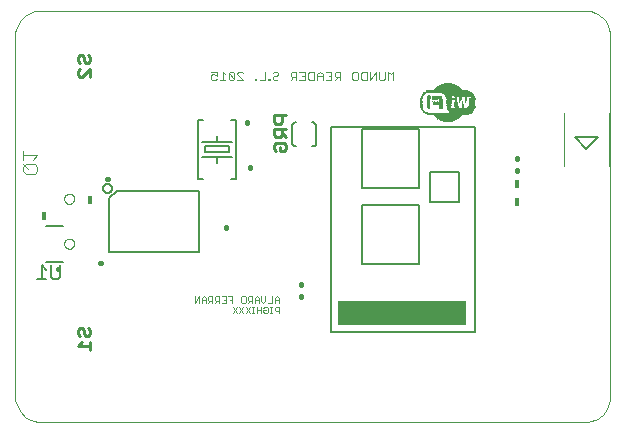
<source format=gbo>
G75*
%MOIN*%
%OFA0B0*%
%FSLAX25Y25*%
%IPPOS*%
%LPD*%
%AMOC8*
5,1,8,0,0,1.08239X$1,22.5*
%
%ADD10C,0.00394*%
%ADD11C,0.00300*%
%ADD12C,0.00400*%
%ADD13C,0.00000*%
%ADD14C,0.00800*%
%ADD15C,0.00500*%
%ADD16C,0.01600*%
%ADD17R,0.42520X0.07874*%
%ADD18C,0.01000*%
%ADD19R,0.00100X0.00100*%
%ADD20R,0.01400X0.00100*%
%ADD21R,0.02600X0.00100*%
%ADD22R,0.03400X0.00100*%
%ADD23R,0.04000X0.00100*%
%ADD24R,0.04500X0.00100*%
%ADD25R,0.05000X0.00100*%
%ADD26R,0.05400X0.00100*%
%ADD27R,0.05800X0.00100*%
%ADD28R,0.06200X0.00100*%
%ADD29R,0.06300X0.00100*%
%ADD30R,0.06700X0.00100*%
%ADD31R,0.07000X0.00100*%
%ADD32R,0.07400X0.00100*%
%ADD33R,0.07500X0.00100*%
%ADD34R,0.07800X0.00100*%
%ADD35R,0.08000X0.00100*%
%ADD36R,0.08300X0.00100*%
%ADD37R,0.08400X0.00100*%
%ADD38R,0.08600X0.00100*%
%ADD39R,0.08800X0.00100*%
%ADD40R,0.09000X0.00100*%
%ADD41R,0.09200X0.00100*%
%ADD42R,0.09400X0.00100*%
%ADD43R,0.09500X0.00100*%
%ADD44R,0.11700X0.00100*%
%ADD45R,0.00700X0.00100*%
%ADD46R,0.14200X0.00100*%
%ADD47R,0.14600X0.00100*%
%ADD48R,0.15100X0.00100*%
%ADD49R,0.15400X0.00100*%
%ADD50R,0.07100X0.00100*%
%ADD51R,0.00300X0.00100*%
%ADD52R,0.00200X0.00100*%
%ADD53R,0.00400X0.00100*%
%ADD54R,0.02300X0.00100*%
%ADD55R,0.07300X0.00100*%
%ADD56R,0.01100X0.00100*%
%ADD57R,0.07700X0.00100*%
%ADD58R,0.01000X0.00100*%
%ADD59R,0.07900X0.00100*%
%ADD60R,0.00900X0.00100*%
%ADD61R,0.08100X0.00100*%
%ADD62R,0.08200X0.00100*%
%ADD63R,0.00800X0.00100*%
%ADD64R,0.08500X0.00100*%
%ADD65R,0.08700X0.00100*%
%ADD66R,0.08900X0.00100*%
%ADD67R,0.09300X0.00100*%
%ADD68R,0.03200X0.00100*%
%ADD69R,0.05900X0.00100*%
%ADD70R,0.02400X0.00100*%
%ADD71R,0.01500X0.00100*%
%ADD72R,0.01300X0.00100*%
%ADD73R,0.01600X0.00100*%
%ADD74R,0.00600X0.00100*%
%ADD75R,0.01200X0.00100*%
%ADD76R,0.02500X0.00100*%
%ADD77R,0.00500X0.00100*%
%ADD78R,0.01700X0.00100*%
%ADD79R,0.02200X0.00100*%
%ADD80R,0.02100X0.00100*%
%ADD81R,0.03300X0.00100*%
%ADD82R,0.03100X0.00100*%
%ADD83R,0.02000X0.00100*%
%ADD84R,0.01900X0.00100*%
%ADD85R,0.01800X0.00100*%
%ADD86R,0.03600X0.00100*%
%ADD87R,0.03500X0.00100*%
%ADD88R,0.06800X0.00100*%
%ADD89R,0.09600X0.00100*%
%ADD90R,0.09700X0.00100*%
%ADD91R,0.09800X0.00100*%
%ADD92R,0.10000X0.00100*%
%ADD93R,0.10200X0.00100*%
%ADD94R,0.15500X0.00100*%
%ADD95R,0.15200X0.00100*%
%ADD96R,0.14900X0.00100*%
%ADD97R,0.14000X0.00100*%
%ADD98R,0.09900X0.00100*%
%ADD99R,0.09100X0.00100*%
%ADD100R,0.07200X0.00100*%
%ADD101R,0.06600X0.00100*%
%ADD102R,0.05500X0.00100*%
%ADD103R,0.05100X0.00100*%
%ADD104R,0.04600X0.00100*%
%ADD105R,0.04100X0.00100*%
%ADD106R,0.02700X0.00100*%
%ADD107R,0.01600X0.02800*%
%ADD108C,0.00600*%
D10*
X0013852Y0009142D02*
X0013224Y0010066D01*
X0012790Y0011090D01*
X0012356Y0012115D01*
X0012115Y0013241D01*
X0012115Y0135651D01*
X0012356Y0136777D01*
X0012790Y0137802D01*
X0013224Y0138826D01*
X0013852Y0139750D01*
X0014628Y0140525D01*
X0015404Y0141301D01*
X0016327Y0141929D01*
X0017352Y0142363D01*
X0018377Y0142798D01*
X0019503Y0143038D01*
X0202967Y0143038D01*
X0204094Y0142798D01*
X0205119Y0142363D01*
X0206143Y0141929D01*
X0207067Y0141301D01*
X0207843Y0140525D01*
X0208619Y0139750D01*
X0209247Y0138826D01*
X0209681Y0137802D01*
X0210115Y0136777D01*
X0210355Y0135651D01*
X0210355Y0013241D01*
X0210115Y0012115D01*
X0209681Y0011090D01*
X0209247Y0010066D01*
X0208619Y0009142D01*
X0207843Y0008366D01*
X0207067Y0007591D01*
X0206143Y0006962D01*
X0205119Y0006528D01*
X0204094Y0006094D01*
X0202967Y0005854D01*
X0019503Y0005854D01*
X0018377Y0006094D01*
X0017352Y0006528D01*
X0016327Y0006962D01*
X0015404Y0007591D01*
X0013852Y0009142D01*
D11*
X0071945Y0045650D02*
X0071945Y0047752D01*
X0073346Y0047752D02*
X0071945Y0045650D01*
X0073346Y0045650D02*
X0073346Y0047752D01*
X0074155Y0047051D02*
X0074155Y0045650D01*
X0074155Y0046701D02*
X0075556Y0046701D01*
X0075556Y0047051D02*
X0075556Y0045650D01*
X0076365Y0045650D02*
X0077066Y0046351D01*
X0076715Y0046351D02*
X0077766Y0046351D01*
X0077766Y0045650D02*
X0077766Y0047752D01*
X0076715Y0047752D01*
X0076365Y0047401D01*
X0076365Y0046701D01*
X0076715Y0046351D01*
X0075556Y0047051D02*
X0074856Y0047752D01*
X0074155Y0047051D01*
X0078575Y0046701D02*
X0078925Y0046351D01*
X0079976Y0046351D01*
X0079275Y0046351D02*
X0078575Y0045650D01*
X0078575Y0046701D02*
X0078575Y0047401D01*
X0078925Y0047752D01*
X0079976Y0047752D01*
X0079976Y0045650D01*
X0080785Y0045650D02*
X0082186Y0045650D01*
X0082186Y0047752D01*
X0080785Y0047752D01*
X0081485Y0046701D02*
X0082186Y0046701D01*
X0082995Y0047752D02*
X0084396Y0047752D01*
X0084396Y0045650D01*
X0084396Y0046701D02*
X0083695Y0046701D01*
X0084468Y0044152D02*
X0085869Y0042050D01*
X0086678Y0042050D02*
X0088079Y0044152D01*
X0088888Y0044152D02*
X0090289Y0042050D01*
X0091062Y0042050D02*
X0091762Y0042050D01*
X0091412Y0042050D02*
X0091412Y0044152D01*
X0091762Y0044152D02*
X0091062Y0044152D01*
X0090289Y0044152D02*
X0088888Y0042050D01*
X0088079Y0042050D02*
X0086678Y0044152D01*
X0085869Y0044152D02*
X0084468Y0042050D01*
X0087765Y0045650D02*
X0087414Y0046000D01*
X0087414Y0047401D01*
X0087765Y0047752D01*
X0088465Y0047752D01*
X0088816Y0047401D01*
X0088816Y0046000D01*
X0088465Y0045650D01*
X0087765Y0045650D01*
X0089624Y0045650D02*
X0090325Y0046351D01*
X0089975Y0046351D02*
X0091025Y0046351D01*
X0091025Y0045650D02*
X0091025Y0047752D01*
X0089975Y0047752D01*
X0089624Y0047401D01*
X0089624Y0046701D01*
X0089975Y0046351D01*
X0091834Y0046701D02*
X0093235Y0046701D01*
X0093235Y0047051D02*
X0093235Y0045650D01*
X0094044Y0046351D02*
X0094044Y0047752D01*
X0093235Y0047051D02*
X0092535Y0047752D01*
X0091834Y0047051D01*
X0091834Y0045650D01*
X0092571Y0044152D02*
X0092571Y0042050D01*
X0092571Y0043101D02*
X0093972Y0043101D01*
X0094781Y0043101D02*
X0094781Y0042400D01*
X0095131Y0042050D01*
X0095832Y0042050D01*
X0096182Y0042400D01*
X0096182Y0043801D01*
X0095832Y0044152D01*
X0095131Y0044152D01*
X0094781Y0043801D01*
X0094781Y0043101D02*
X0095481Y0043101D01*
X0096955Y0044152D02*
X0097655Y0044152D01*
X0097305Y0044152D02*
X0097305Y0042050D01*
X0097655Y0042050D02*
X0096955Y0042050D01*
X0098464Y0043101D02*
X0098814Y0042751D01*
X0099865Y0042751D01*
X0099865Y0042050D02*
X0099865Y0044152D01*
X0098814Y0044152D01*
X0098464Y0043801D01*
X0098464Y0043101D01*
X0098464Y0045650D02*
X0098464Y0047051D01*
X0099164Y0047752D01*
X0099865Y0047051D01*
X0099865Y0045650D01*
X0099865Y0046701D02*
X0098464Y0046701D01*
X0097655Y0047752D02*
X0097655Y0045650D01*
X0096254Y0045650D01*
X0095445Y0046351D02*
X0094745Y0045650D01*
X0094044Y0046351D01*
X0095445Y0046351D02*
X0095445Y0047752D01*
X0093972Y0044152D02*
X0093972Y0042050D01*
D12*
X0019350Y0089459D02*
X0019350Y0090994D01*
X0018583Y0091761D01*
X0015514Y0091761D01*
X0014746Y0090994D01*
X0014746Y0089459D01*
X0015514Y0088692D01*
X0018583Y0088692D01*
X0019350Y0089459D01*
X0016281Y0090227D02*
X0014746Y0091761D01*
X0014746Y0093296D02*
X0014746Y0096365D01*
X0014746Y0094831D02*
X0019350Y0094831D01*
X0017816Y0093296D01*
X0077265Y0120367D02*
X0077732Y0119900D01*
X0078666Y0119900D01*
X0079133Y0120367D01*
X0079133Y0121301D02*
X0078199Y0121768D01*
X0077732Y0121768D01*
X0077265Y0121301D01*
X0077265Y0120367D01*
X0079133Y0121301D02*
X0079133Y0122702D01*
X0077265Y0122702D01*
X0081145Y0122702D02*
X0081145Y0119900D01*
X0080211Y0119900D02*
X0082080Y0119900D01*
X0083158Y0120367D02*
X0083625Y0119900D01*
X0084559Y0119900D01*
X0085026Y0120367D01*
X0083158Y0122235D01*
X0083158Y0120367D01*
X0082080Y0121768D02*
X0081145Y0122702D01*
X0083158Y0122235D02*
X0083625Y0122702D01*
X0084559Y0122702D01*
X0085026Y0122235D01*
X0085026Y0120367D01*
X0086104Y0119900D02*
X0087973Y0119900D01*
X0086104Y0121768D01*
X0086104Y0122235D01*
X0086571Y0122702D01*
X0087505Y0122702D01*
X0087973Y0122235D01*
X0091925Y0120367D02*
X0091925Y0119900D01*
X0092392Y0119900D01*
X0092392Y0120367D01*
X0091925Y0120367D01*
X0093471Y0119900D02*
X0095339Y0119900D01*
X0095339Y0122702D01*
X0096345Y0120367D02*
X0096345Y0119900D01*
X0096812Y0119900D01*
X0096812Y0120367D01*
X0096345Y0120367D01*
X0097890Y0120367D02*
X0098357Y0119900D01*
X0099292Y0119900D01*
X0099759Y0120367D01*
X0099292Y0121301D02*
X0098357Y0121301D01*
X0097890Y0120834D01*
X0097890Y0120367D01*
X0099292Y0121301D02*
X0099759Y0121768D01*
X0099759Y0122235D01*
X0099292Y0122702D01*
X0098357Y0122702D01*
X0097890Y0122235D01*
X0103783Y0122235D02*
X0103783Y0121301D01*
X0104250Y0120834D01*
X0105652Y0120834D01*
X0105652Y0119900D02*
X0105652Y0122702D01*
X0104250Y0122702D01*
X0103783Y0122235D01*
X0104718Y0120834D02*
X0103783Y0119900D01*
X0106730Y0119900D02*
X0108598Y0119900D01*
X0108598Y0122702D01*
X0106730Y0122702D01*
X0107664Y0121301D02*
X0108598Y0121301D01*
X0109676Y0120367D02*
X0110143Y0119900D01*
X0111545Y0119900D01*
X0111545Y0122702D01*
X0110143Y0122702D01*
X0109676Y0122235D01*
X0109676Y0120367D01*
X0112623Y0119900D02*
X0112623Y0121768D01*
X0113557Y0122702D01*
X0114491Y0121768D01*
X0114491Y0119900D01*
X0115569Y0119900D02*
X0117438Y0119900D01*
X0117438Y0122702D01*
X0115569Y0122702D01*
X0116504Y0121301D02*
X0117438Y0121301D01*
X0118516Y0121301D02*
X0118516Y0122235D01*
X0118983Y0122702D01*
X0120384Y0122702D01*
X0120384Y0119900D01*
X0120384Y0120834D02*
X0118983Y0120834D01*
X0118516Y0121301D01*
X0119450Y0120834D02*
X0118516Y0119900D01*
X0114491Y0121301D02*
X0112623Y0121301D01*
X0124409Y0120367D02*
X0124876Y0119900D01*
X0125810Y0119900D01*
X0126277Y0120367D01*
X0126277Y0122235D01*
X0125810Y0122702D01*
X0124876Y0122702D01*
X0124409Y0122235D01*
X0124409Y0120367D01*
X0127356Y0120367D02*
X0127823Y0119900D01*
X0129224Y0119900D01*
X0129224Y0122702D01*
X0127823Y0122702D01*
X0127356Y0122235D01*
X0127356Y0120367D01*
X0130302Y0119900D02*
X0130302Y0122702D01*
X0132170Y0122702D02*
X0130302Y0119900D01*
X0132170Y0119900D02*
X0132170Y0122702D01*
X0133249Y0122702D02*
X0133249Y0120367D01*
X0133716Y0119900D01*
X0134650Y0119900D01*
X0135117Y0120367D01*
X0135117Y0122702D01*
X0136195Y0122702D02*
X0136195Y0119900D01*
X0138063Y0119900D02*
X0138063Y0122702D01*
X0137129Y0121768D01*
X0136195Y0122702D01*
X0194946Y0108900D02*
X0194946Y0091100D01*
X0209946Y0091100D02*
X0209946Y0108900D01*
D13*
X0028335Y0080280D02*
X0028337Y0080361D01*
X0028343Y0080443D01*
X0028353Y0080524D01*
X0028367Y0080604D01*
X0028384Y0080683D01*
X0028406Y0080762D01*
X0028431Y0080839D01*
X0028460Y0080916D01*
X0028493Y0080990D01*
X0028530Y0081063D01*
X0028569Y0081134D01*
X0028613Y0081203D01*
X0028659Y0081270D01*
X0028709Y0081334D01*
X0028762Y0081396D01*
X0028818Y0081456D01*
X0028876Y0081512D01*
X0028938Y0081566D01*
X0029002Y0081617D01*
X0029068Y0081664D01*
X0029136Y0081708D01*
X0029207Y0081749D01*
X0029279Y0081786D01*
X0029354Y0081820D01*
X0029429Y0081850D01*
X0029507Y0081876D01*
X0029585Y0081899D01*
X0029664Y0081917D01*
X0029744Y0081932D01*
X0029825Y0081943D01*
X0029906Y0081950D01*
X0029988Y0081953D01*
X0030069Y0081952D01*
X0030150Y0081947D01*
X0030231Y0081938D01*
X0030312Y0081925D01*
X0030392Y0081908D01*
X0030470Y0081888D01*
X0030548Y0081863D01*
X0030625Y0081835D01*
X0030700Y0081803D01*
X0030773Y0081768D01*
X0030844Y0081729D01*
X0030914Y0081686D01*
X0030981Y0081641D01*
X0031047Y0081592D01*
X0031109Y0081540D01*
X0031169Y0081484D01*
X0031226Y0081426D01*
X0031281Y0081366D01*
X0031332Y0081302D01*
X0031380Y0081237D01*
X0031425Y0081169D01*
X0031467Y0081099D01*
X0031505Y0081027D01*
X0031540Y0080953D01*
X0031571Y0080878D01*
X0031598Y0080801D01*
X0031621Y0080723D01*
X0031641Y0080644D01*
X0031657Y0080564D01*
X0031669Y0080483D01*
X0031677Y0080402D01*
X0031681Y0080321D01*
X0031681Y0080239D01*
X0031677Y0080158D01*
X0031669Y0080077D01*
X0031657Y0079996D01*
X0031641Y0079916D01*
X0031621Y0079837D01*
X0031598Y0079759D01*
X0031571Y0079682D01*
X0031540Y0079607D01*
X0031505Y0079533D01*
X0031467Y0079461D01*
X0031425Y0079391D01*
X0031380Y0079323D01*
X0031332Y0079258D01*
X0031281Y0079194D01*
X0031226Y0079134D01*
X0031169Y0079076D01*
X0031109Y0079020D01*
X0031047Y0078968D01*
X0030981Y0078919D01*
X0030914Y0078874D01*
X0030845Y0078831D01*
X0030773Y0078792D01*
X0030700Y0078757D01*
X0030625Y0078725D01*
X0030548Y0078697D01*
X0030470Y0078672D01*
X0030392Y0078652D01*
X0030312Y0078635D01*
X0030231Y0078622D01*
X0030150Y0078613D01*
X0030069Y0078608D01*
X0029988Y0078607D01*
X0029906Y0078610D01*
X0029825Y0078617D01*
X0029744Y0078628D01*
X0029664Y0078643D01*
X0029585Y0078661D01*
X0029507Y0078684D01*
X0029429Y0078710D01*
X0029354Y0078740D01*
X0029279Y0078774D01*
X0029207Y0078811D01*
X0029136Y0078852D01*
X0029068Y0078896D01*
X0029002Y0078943D01*
X0028938Y0078994D01*
X0028876Y0079048D01*
X0028818Y0079104D01*
X0028762Y0079164D01*
X0028709Y0079226D01*
X0028659Y0079290D01*
X0028613Y0079357D01*
X0028569Y0079426D01*
X0028530Y0079497D01*
X0028493Y0079570D01*
X0028460Y0079644D01*
X0028431Y0079721D01*
X0028406Y0079798D01*
X0028384Y0079877D01*
X0028367Y0079956D01*
X0028353Y0080036D01*
X0028343Y0080117D01*
X0028337Y0080199D01*
X0028335Y0080280D01*
X0028335Y0065320D02*
X0028337Y0065401D01*
X0028343Y0065483D01*
X0028353Y0065564D01*
X0028367Y0065644D01*
X0028384Y0065723D01*
X0028406Y0065802D01*
X0028431Y0065879D01*
X0028460Y0065956D01*
X0028493Y0066030D01*
X0028530Y0066103D01*
X0028569Y0066174D01*
X0028613Y0066243D01*
X0028659Y0066310D01*
X0028709Y0066374D01*
X0028762Y0066436D01*
X0028818Y0066496D01*
X0028876Y0066552D01*
X0028938Y0066606D01*
X0029002Y0066657D01*
X0029068Y0066704D01*
X0029136Y0066748D01*
X0029207Y0066789D01*
X0029279Y0066826D01*
X0029354Y0066860D01*
X0029429Y0066890D01*
X0029507Y0066916D01*
X0029585Y0066939D01*
X0029664Y0066957D01*
X0029744Y0066972D01*
X0029825Y0066983D01*
X0029906Y0066990D01*
X0029988Y0066993D01*
X0030069Y0066992D01*
X0030150Y0066987D01*
X0030231Y0066978D01*
X0030312Y0066965D01*
X0030392Y0066948D01*
X0030470Y0066928D01*
X0030548Y0066903D01*
X0030625Y0066875D01*
X0030700Y0066843D01*
X0030773Y0066808D01*
X0030844Y0066769D01*
X0030914Y0066726D01*
X0030981Y0066681D01*
X0031047Y0066632D01*
X0031109Y0066580D01*
X0031169Y0066524D01*
X0031226Y0066466D01*
X0031281Y0066406D01*
X0031332Y0066342D01*
X0031380Y0066277D01*
X0031425Y0066209D01*
X0031467Y0066139D01*
X0031505Y0066067D01*
X0031540Y0065993D01*
X0031571Y0065918D01*
X0031598Y0065841D01*
X0031621Y0065763D01*
X0031641Y0065684D01*
X0031657Y0065604D01*
X0031669Y0065523D01*
X0031677Y0065442D01*
X0031681Y0065361D01*
X0031681Y0065279D01*
X0031677Y0065198D01*
X0031669Y0065117D01*
X0031657Y0065036D01*
X0031641Y0064956D01*
X0031621Y0064877D01*
X0031598Y0064799D01*
X0031571Y0064722D01*
X0031540Y0064647D01*
X0031505Y0064573D01*
X0031467Y0064501D01*
X0031425Y0064431D01*
X0031380Y0064363D01*
X0031332Y0064298D01*
X0031281Y0064234D01*
X0031226Y0064174D01*
X0031169Y0064116D01*
X0031109Y0064060D01*
X0031047Y0064008D01*
X0030981Y0063959D01*
X0030914Y0063914D01*
X0030845Y0063871D01*
X0030773Y0063832D01*
X0030700Y0063797D01*
X0030625Y0063765D01*
X0030548Y0063737D01*
X0030470Y0063712D01*
X0030392Y0063692D01*
X0030312Y0063675D01*
X0030231Y0063662D01*
X0030150Y0063653D01*
X0030069Y0063648D01*
X0029988Y0063647D01*
X0029906Y0063650D01*
X0029825Y0063657D01*
X0029744Y0063668D01*
X0029664Y0063683D01*
X0029585Y0063701D01*
X0029507Y0063724D01*
X0029429Y0063750D01*
X0029354Y0063780D01*
X0029279Y0063814D01*
X0029207Y0063851D01*
X0029136Y0063892D01*
X0029068Y0063936D01*
X0029002Y0063983D01*
X0028938Y0064034D01*
X0028876Y0064088D01*
X0028818Y0064144D01*
X0028762Y0064204D01*
X0028709Y0064266D01*
X0028659Y0064330D01*
X0028613Y0064397D01*
X0028569Y0064466D01*
X0028530Y0064537D01*
X0028493Y0064610D01*
X0028460Y0064684D01*
X0028431Y0064761D01*
X0028406Y0064838D01*
X0028384Y0064917D01*
X0028367Y0064996D01*
X0028353Y0065076D01*
X0028343Y0065157D01*
X0028337Y0065239D01*
X0028335Y0065320D01*
D14*
X0043386Y0062662D02*
X0043386Y0080536D01*
X0045886Y0083036D01*
X0073307Y0083036D01*
X0073307Y0062564D01*
X0043386Y0062564D01*
X0041346Y0083800D02*
X0041348Y0083877D01*
X0041354Y0083954D01*
X0041364Y0084031D01*
X0041378Y0084107D01*
X0041395Y0084182D01*
X0041417Y0084256D01*
X0041442Y0084329D01*
X0041472Y0084401D01*
X0041504Y0084471D01*
X0041541Y0084539D01*
X0041580Y0084605D01*
X0041623Y0084669D01*
X0041670Y0084731D01*
X0041719Y0084790D01*
X0041772Y0084847D01*
X0041827Y0084901D01*
X0041885Y0084952D01*
X0041946Y0085000D01*
X0042009Y0085045D01*
X0042074Y0085086D01*
X0042141Y0085124D01*
X0042210Y0085159D01*
X0042281Y0085189D01*
X0042353Y0085217D01*
X0042427Y0085240D01*
X0042501Y0085260D01*
X0042577Y0085276D01*
X0042653Y0085288D01*
X0042730Y0085296D01*
X0042807Y0085300D01*
X0042885Y0085300D01*
X0042962Y0085296D01*
X0043039Y0085288D01*
X0043115Y0085276D01*
X0043191Y0085260D01*
X0043265Y0085240D01*
X0043339Y0085217D01*
X0043411Y0085189D01*
X0043482Y0085159D01*
X0043551Y0085124D01*
X0043618Y0085086D01*
X0043683Y0085045D01*
X0043746Y0085000D01*
X0043807Y0084952D01*
X0043865Y0084901D01*
X0043920Y0084847D01*
X0043973Y0084790D01*
X0044022Y0084731D01*
X0044069Y0084669D01*
X0044112Y0084605D01*
X0044151Y0084539D01*
X0044188Y0084471D01*
X0044220Y0084401D01*
X0044250Y0084329D01*
X0044275Y0084256D01*
X0044297Y0084182D01*
X0044314Y0084107D01*
X0044328Y0084031D01*
X0044338Y0083954D01*
X0044344Y0083877D01*
X0044346Y0083800D01*
X0044344Y0083723D01*
X0044338Y0083646D01*
X0044328Y0083569D01*
X0044314Y0083493D01*
X0044297Y0083418D01*
X0044275Y0083344D01*
X0044250Y0083271D01*
X0044220Y0083199D01*
X0044188Y0083129D01*
X0044151Y0083061D01*
X0044112Y0082995D01*
X0044069Y0082931D01*
X0044022Y0082869D01*
X0043973Y0082810D01*
X0043920Y0082753D01*
X0043865Y0082699D01*
X0043807Y0082648D01*
X0043746Y0082600D01*
X0043683Y0082555D01*
X0043618Y0082514D01*
X0043551Y0082476D01*
X0043482Y0082441D01*
X0043411Y0082411D01*
X0043339Y0082383D01*
X0043265Y0082360D01*
X0043191Y0082340D01*
X0043115Y0082324D01*
X0043039Y0082312D01*
X0042962Y0082304D01*
X0042885Y0082300D01*
X0042807Y0082300D01*
X0042730Y0082304D01*
X0042653Y0082312D01*
X0042577Y0082324D01*
X0042501Y0082340D01*
X0042427Y0082360D01*
X0042353Y0082383D01*
X0042281Y0082411D01*
X0042210Y0082441D01*
X0042141Y0082476D01*
X0042074Y0082514D01*
X0042009Y0082555D01*
X0041946Y0082600D01*
X0041885Y0082648D01*
X0041827Y0082699D01*
X0041772Y0082753D01*
X0041719Y0082810D01*
X0041670Y0082869D01*
X0041623Y0082931D01*
X0041580Y0082995D01*
X0041541Y0083061D01*
X0041504Y0083129D01*
X0041472Y0083199D01*
X0041442Y0083271D01*
X0041417Y0083344D01*
X0041395Y0083418D01*
X0041378Y0083493D01*
X0041364Y0083569D01*
X0041354Y0083646D01*
X0041348Y0083723D01*
X0041346Y0083800D01*
X0104409Y0098650D02*
X0104409Y0104950D01*
X0104409Y0104949D02*
X0104423Y0105008D01*
X0104440Y0105067D01*
X0104461Y0105124D01*
X0104485Y0105179D01*
X0104512Y0105233D01*
X0104543Y0105286D01*
X0104577Y0105336D01*
X0104613Y0105384D01*
X0104653Y0105430D01*
X0104695Y0105474D01*
X0104740Y0105514D01*
X0104787Y0105552D01*
X0104837Y0105588D01*
X0104888Y0105620D01*
X0104941Y0105649D01*
X0104996Y0105674D01*
X0105053Y0105696D01*
X0105110Y0105715D01*
X0105169Y0105731D01*
X0105228Y0105742D01*
X0105288Y0105751D01*
X0105349Y0105755D01*
X0105409Y0105756D01*
X0105470Y0105753D01*
X0105530Y0105747D01*
X0105590Y0105736D01*
X0111102Y0105736D02*
X0111162Y0105747D01*
X0111222Y0105753D01*
X0111283Y0105756D01*
X0111343Y0105755D01*
X0111404Y0105751D01*
X0111464Y0105742D01*
X0111523Y0105731D01*
X0111582Y0105715D01*
X0111639Y0105696D01*
X0111696Y0105674D01*
X0111751Y0105649D01*
X0111804Y0105620D01*
X0111855Y0105588D01*
X0111905Y0105552D01*
X0111952Y0105514D01*
X0111997Y0105474D01*
X0112039Y0105430D01*
X0112079Y0105384D01*
X0112115Y0105336D01*
X0112149Y0105286D01*
X0112180Y0105233D01*
X0112207Y0105179D01*
X0112231Y0105124D01*
X0112252Y0105067D01*
X0112269Y0105008D01*
X0112283Y0104949D01*
X0112283Y0104950D02*
X0112283Y0098650D01*
X0112283Y0098651D02*
X0112269Y0098592D01*
X0112252Y0098533D01*
X0112231Y0098476D01*
X0112207Y0098421D01*
X0112180Y0098367D01*
X0112149Y0098314D01*
X0112115Y0098264D01*
X0112079Y0098216D01*
X0112039Y0098170D01*
X0111997Y0098126D01*
X0111952Y0098086D01*
X0111905Y0098048D01*
X0111855Y0098012D01*
X0111804Y0097980D01*
X0111751Y0097951D01*
X0111696Y0097926D01*
X0111639Y0097904D01*
X0111582Y0097885D01*
X0111523Y0097869D01*
X0111464Y0097858D01*
X0111404Y0097849D01*
X0111343Y0097845D01*
X0111283Y0097844D01*
X0111222Y0097847D01*
X0111162Y0097853D01*
X0111102Y0097864D01*
X0105590Y0097863D02*
X0105531Y0097852D01*
X0105470Y0097846D01*
X0105410Y0097843D01*
X0105349Y0097844D01*
X0105289Y0097848D01*
X0105229Y0097857D01*
X0105169Y0097868D01*
X0105110Y0097884D01*
X0105053Y0097902D01*
X0104996Y0097925D01*
X0104941Y0097950D01*
X0104888Y0097979D01*
X0104837Y0098011D01*
X0104787Y0098047D01*
X0104740Y0098085D01*
X0104695Y0098126D01*
X0104653Y0098169D01*
X0104613Y0098215D01*
X0104577Y0098263D01*
X0104543Y0098314D01*
X0104512Y0098366D01*
X0104485Y0098420D01*
X0104461Y0098476D01*
X0104440Y0098533D01*
X0104423Y0098591D01*
X0104409Y0098650D01*
X0198509Y0100760D02*
X0206383Y0100760D01*
X0202446Y0096732D01*
X0198509Y0100760D01*
D15*
X0165378Y0104304D02*
X0165378Y0035800D01*
X0117346Y0035800D01*
X0117346Y0104304D01*
X0165378Y0104304D01*
X0146480Y0103517D02*
X0146480Y0083831D01*
X0127583Y0083831D01*
X0127583Y0103517D01*
X0146480Y0103517D01*
X0150417Y0089343D02*
X0159866Y0089343D01*
X0159866Y0079107D01*
X0150417Y0079107D01*
X0150417Y0089343D01*
X0146480Y0078320D02*
X0146480Y0058635D01*
X0127583Y0058635D01*
X0127583Y0078320D01*
X0146480Y0078320D01*
X0085646Y0086957D02*
X0085646Y0106643D01*
X0084071Y0106643D01*
X0079346Y0101300D02*
X0079346Y0099300D01*
X0074346Y0099300D01*
X0075346Y0097800D02*
X0083346Y0097800D01*
X0083346Y0095800D01*
X0075346Y0095800D01*
X0075346Y0097800D01*
X0074346Y0094300D02*
X0079346Y0094300D01*
X0079346Y0092300D01*
X0079346Y0094300D02*
X0084346Y0094300D01*
X0084346Y0099300D02*
X0079346Y0099300D01*
X0074622Y0106643D02*
X0073047Y0106643D01*
X0073047Y0086957D01*
X0074622Y0086957D01*
X0084071Y0086957D02*
X0085646Y0086957D01*
X0043386Y0062662D02*
X0043287Y0062662D01*
X0027004Y0058054D02*
X0027004Y0054301D01*
X0026254Y0053550D01*
X0024752Y0053550D01*
X0024002Y0054301D01*
X0024002Y0058054D01*
X0022400Y0056553D02*
X0020899Y0058054D01*
X0020899Y0053550D01*
X0022400Y0053550D02*
X0019398Y0053550D01*
D16*
X0026146Y0056780D02*
X0026146Y0057020D01*
X0040226Y0058800D02*
X0040467Y0058800D01*
X0042726Y0086800D02*
X0042967Y0086800D01*
X0082346Y0070920D02*
X0082346Y0070680D01*
X0090346Y0090680D02*
X0090346Y0090920D01*
X0089346Y0105680D02*
X0089346Y0105920D01*
X0107346Y0051920D02*
X0107346Y0051680D01*
X0107346Y0047920D02*
X0107346Y0047680D01*
X0179346Y0089680D02*
X0179346Y0089920D01*
X0179346Y0093680D02*
X0179346Y0093920D01*
D17*
X0140969Y0042099D03*
D18*
X0101679Y0096173D02*
X0100345Y0096173D01*
X0100345Y0097508D01*
X0101679Y0098842D02*
X0099010Y0098842D01*
X0098343Y0098175D01*
X0098343Y0096840D01*
X0099010Y0096173D01*
X0101679Y0096173D02*
X0102346Y0096840D01*
X0102346Y0098175D01*
X0101679Y0098842D01*
X0102346Y0100777D02*
X0101012Y0102112D01*
X0101012Y0101444D02*
X0101012Y0103446D01*
X0102346Y0103446D02*
X0098343Y0103446D01*
X0098343Y0101444D01*
X0099010Y0100777D01*
X0100345Y0100777D01*
X0101012Y0101444D01*
X0100345Y0105381D02*
X0101012Y0106048D01*
X0101012Y0108050D01*
X0102346Y0108050D02*
X0098343Y0108050D01*
X0098343Y0106048D01*
X0099010Y0105381D01*
X0100345Y0105381D01*
X0036846Y0121027D02*
X0036846Y0123696D01*
X0034178Y0121027D01*
X0033510Y0121027D01*
X0032843Y0121694D01*
X0032843Y0123029D01*
X0033510Y0123696D01*
X0033510Y0125631D02*
X0032843Y0126298D01*
X0032843Y0127633D01*
X0033510Y0128300D01*
X0034178Y0128300D01*
X0034845Y0127633D01*
X0034845Y0126298D01*
X0035512Y0125631D01*
X0036179Y0125631D01*
X0036846Y0126298D01*
X0036846Y0127633D01*
X0036179Y0128300D01*
X0036179Y0037300D02*
X0036846Y0036633D01*
X0036846Y0035298D01*
X0036179Y0034631D01*
X0035512Y0034631D01*
X0034845Y0035298D01*
X0034845Y0036633D01*
X0034178Y0037300D01*
X0033510Y0037300D01*
X0032843Y0036633D01*
X0032843Y0035298D01*
X0033510Y0034631D01*
X0034178Y0032696D02*
X0032843Y0031362D01*
X0036846Y0031362D01*
X0036846Y0032696D02*
X0036846Y0030027D01*
D19*
X0149546Y0108200D03*
X0149546Y0108800D03*
X0151346Y0112400D03*
X0151846Y0112400D03*
X0151846Y0113300D03*
X0151646Y0113300D03*
X0151246Y0113300D03*
X0152046Y0113300D03*
X0152246Y0113300D03*
X0152546Y0113300D03*
X0152946Y0113300D03*
X0152946Y0112400D03*
X0152946Y0114300D03*
X0152546Y0114300D03*
X0152146Y0114300D03*
X0153346Y0114300D03*
X0153346Y0115500D03*
X0153146Y0115500D03*
X0153546Y0115500D03*
X0153746Y0115500D03*
X0150046Y0115500D03*
X0149746Y0115500D03*
X0149446Y0116100D03*
X0155546Y0118500D03*
X0161446Y0116100D03*
X0161646Y0116100D03*
X0161846Y0116100D03*
X0162046Y0116100D03*
X0162246Y0116100D03*
X0162446Y0116100D03*
X0162646Y0116100D03*
X0162846Y0116100D03*
X0162346Y0112400D03*
X0162346Y0112300D03*
X0162346Y0112200D03*
X0161446Y0112400D03*
X0160446Y0112400D03*
X0160446Y0112500D03*
X0160446Y0112700D03*
X0154946Y0108700D03*
X0154746Y0108700D03*
X0153046Y0106700D03*
X0155446Y0105800D03*
X0157146Y0105800D03*
D20*
X0156296Y0105800D03*
X0156696Y0110400D03*
X0159096Y0110900D03*
X0159196Y0110300D03*
X0164496Y0114000D03*
X0164496Y0114100D03*
X0164496Y0114200D03*
D21*
X0156296Y0105900D03*
X0152096Y0108700D03*
D22*
X0156296Y0106000D03*
X0157496Y0113300D03*
X0152696Y0113700D03*
X0152696Y0114100D03*
D23*
X0156296Y0106100D03*
D24*
X0156346Y0106200D03*
D25*
X0156296Y0106300D03*
D26*
X0156296Y0106400D03*
D27*
X0156296Y0106500D03*
X0156296Y0117800D03*
D28*
X0156296Y0106600D03*
D29*
X0156346Y0106700D03*
X0156346Y0117700D03*
D30*
X0161746Y0114300D03*
X0156346Y0106800D03*
D31*
X0156296Y0106900D03*
D32*
X0156296Y0107000D03*
X0160596Y0108900D03*
X0156296Y0117300D03*
D33*
X0156346Y0107100D03*
D34*
X0156296Y0107200D03*
X0156296Y0117200D03*
D35*
X0156296Y0117100D03*
X0156296Y0107300D03*
D36*
X0156246Y0107400D03*
X0160646Y0109400D03*
X0156246Y0117000D03*
D37*
X0156296Y0116900D03*
X0156296Y0107500D03*
D38*
X0156296Y0107600D03*
D39*
X0156296Y0107700D03*
X0160596Y0109700D03*
D40*
X0160696Y0109900D03*
X0160596Y0110000D03*
X0156296Y0107800D03*
D41*
X0156296Y0107900D03*
D42*
X0156296Y0108000D03*
D43*
X0156346Y0108100D03*
X0156246Y0116400D03*
D44*
X0155446Y0116100D03*
X0157146Y0108200D03*
D45*
X0152846Y0111500D03*
X0148146Y0114900D03*
X0148046Y0114800D03*
X0147946Y0114700D03*
X0147846Y0114500D03*
X0147646Y0114000D03*
X0147446Y0113500D03*
X0147446Y0113400D03*
X0147446Y0113200D03*
X0147446Y0113100D03*
X0147446Y0113000D03*
X0147446Y0112800D03*
X0147446Y0112400D03*
X0147446Y0112300D03*
X0147446Y0112200D03*
X0147446Y0111900D03*
X0147446Y0111800D03*
X0147446Y0111600D03*
X0147446Y0111400D03*
X0147446Y0111100D03*
X0147446Y0110800D03*
X0147446Y0110600D03*
X0147546Y0110300D03*
X0147546Y0110200D03*
X0147646Y0110100D03*
X0147646Y0110000D03*
X0147746Y0109900D03*
X0147746Y0109800D03*
X0150046Y0108200D03*
X0150846Y0108200D03*
X0158746Y0113600D03*
X0160446Y0113800D03*
X0160446Y0113900D03*
X0160446Y0114100D03*
X0162246Y0114100D03*
X0162346Y0114000D03*
X0162246Y0113900D03*
D46*
X0156296Y0108300D03*
D47*
X0156296Y0108400D03*
X0156196Y0115900D03*
D48*
X0156246Y0108500D03*
D49*
X0156296Y0108600D03*
D50*
X0160546Y0108700D03*
D51*
X0156746Y0108700D03*
X0156346Y0108700D03*
X0155946Y0108700D03*
X0155546Y0108700D03*
X0153646Y0108700D03*
X0152246Y0111500D03*
X0151546Y0111500D03*
X0160446Y0112600D03*
X0160446Y0112800D03*
X0160446Y0112900D03*
X0160446Y0113100D03*
X0161346Y0111800D03*
X0161446Y0111600D03*
X0162346Y0112800D03*
D52*
X0162296Y0112700D03*
X0162296Y0112600D03*
X0162296Y0112500D03*
X0162296Y0112900D03*
X0161396Y0112300D03*
X0161396Y0112200D03*
X0161396Y0112100D03*
X0161396Y0112000D03*
X0161396Y0111900D03*
X0160396Y0112300D03*
X0155196Y0108700D03*
X0154496Y0108700D03*
X0151896Y0111500D03*
X0150296Y0113100D03*
X0157096Y0118500D03*
D53*
X0158796Y0114100D03*
X0158796Y0114000D03*
X0160396Y0113200D03*
X0160496Y0113300D03*
X0160396Y0113000D03*
X0161396Y0111700D03*
X0161396Y0111500D03*
X0161396Y0111400D03*
X0162296Y0113000D03*
X0162296Y0113100D03*
X0162296Y0113200D03*
X0162296Y0113300D03*
X0154096Y0108700D03*
D54*
X0149546Y0108700D03*
X0164146Y0110600D03*
X0164246Y0110900D03*
X0164246Y0111100D03*
X0164246Y0111200D03*
X0164246Y0111300D03*
X0164246Y0111400D03*
X0164246Y0111500D03*
D55*
X0160646Y0108800D03*
D56*
X0159046Y0111400D03*
X0159046Y0111500D03*
X0159046Y0111600D03*
X0158946Y0111700D03*
X0159046Y0111800D03*
X0158946Y0112000D03*
X0158946Y0112300D03*
X0153946Y0112600D03*
X0153946Y0112700D03*
X0153946Y0112800D03*
X0153846Y0112900D03*
X0153946Y0113000D03*
X0153946Y0113100D03*
X0153846Y0113200D03*
X0153946Y0113300D03*
X0153946Y0111400D03*
X0153946Y0111300D03*
X0153846Y0111200D03*
X0153946Y0111100D03*
X0153946Y0111000D03*
X0153946Y0110900D03*
X0153946Y0110700D03*
X0153946Y0110500D03*
X0153946Y0110300D03*
X0148846Y0108800D03*
X0148746Y0108900D03*
X0149846Y0113700D03*
X0149846Y0113800D03*
X0148746Y0115400D03*
D57*
X0160646Y0109000D03*
D58*
X0161396Y0110300D03*
X0158996Y0111900D03*
X0158996Y0112100D03*
X0158696Y0113500D03*
X0153896Y0112400D03*
X0153896Y0110800D03*
X0153896Y0110400D03*
X0149896Y0110400D03*
X0149796Y0110500D03*
X0149896Y0110600D03*
X0149796Y0110700D03*
X0149896Y0110800D03*
X0149796Y0110900D03*
X0149896Y0111000D03*
X0149796Y0111200D03*
X0149896Y0111300D03*
X0149796Y0111400D03*
X0149796Y0111600D03*
X0149896Y0111700D03*
X0149796Y0111800D03*
X0149896Y0111900D03*
X0149796Y0112000D03*
X0149896Y0112100D03*
X0149796Y0112200D03*
X0149796Y0112300D03*
X0149896Y0112400D03*
X0149796Y0112600D03*
X0149896Y0112700D03*
X0149796Y0112800D03*
X0149896Y0112900D03*
X0149796Y0113000D03*
X0149796Y0114200D03*
X0148596Y0115300D03*
X0148496Y0109000D03*
D59*
X0160646Y0109100D03*
D60*
X0158946Y0112200D03*
X0158946Y0112400D03*
X0158846Y0112500D03*
X0158946Y0112600D03*
X0158846Y0112800D03*
X0149846Y0112500D03*
X0149846Y0111500D03*
X0149846Y0111100D03*
X0149846Y0110300D03*
X0148446Y0109100D03*
X0148346Y0109200D03*
X0148246Y0109300D03*
X0149846Y0114300D03*
X0148446Y0115200D03*
X0148346Y0115100D03*
D61*
X0160646Y0109200D03*
D62*
X0160596Y0109300D03*
D63*
X0161396Y0110400D03*
X0161396Y0110500D03*
X0161396Y0110600D03*
X0161396Y0110800D03*
X0158896Y0112700D03*
X0158896Y0112900D03*
X0158896Y0113000D03*
X0158796Y0113100D03*
X0160496Y0114200D03*
X0162296Y0114200D03*
X0149796Y0113600D03*
X0149696Y0113100D03*
X0148296Y0115000D03*
X0147496Y0110400D03*
X0147896Y0109700D03*
X0147896Y0109600D03*
X0147996Y0109500D03*
X0148096Y0109400D03*
D64*
X0160646Y0109500D03*
D65*
X0160646Y0109600D03*
X0156246Y0116800D03*
D66*
X0156246Y0116700D03*
X0160646Y0109800D03*
D67*
X0160646Y0110100D03*
X0156246Y0116500D03*
D68*
X0152896Y0112300D03*
X0152896Y0112200D03*
X0152896Y0112100D03*
X0152896Y0111800D03*
X0152896Y0111700D03*
X0152796Y0111600D03*
X0163596Y0110200D03*
D69*
X0158946Y0110200D03*
D70*
X0164096Y0110300D03*
X0164096Y0110400D03*
X0164096Y0110500D03*
X0164196Y0110800D03*
X0164196Y0111000D03*
D71*
X0159146Y0110500D03*
X0156746Y0110300D03*
X0156646Y0111200D03*
X0156646Y0112100D03*
X0156646Y0112800D03*
X0156546Y0113900D03*
D72*
X0159046Y0111200D03*
X0159146Y0110800D03*
X0159146Y0110700D03*
X0159146Y0110600D03*
X0159146Y0110400D03*
X0149846Y0114100D03*
X0148946Y0115500D03*
D73*
X0156596Y0113800D03*
X0156596Y0113700D03*
X0156696Y0113600D03*
X0156696Y0113100D03*
X0156696Y0113000D03*
X0156696Y0112600D03*
X0156696Y0112500D03*
X0156596Y0112400D03*
X0156696Y0112300D03*
X0156696Y0112000D03*
X0156696Y0111800D03*
X0156696Y0111700D03*
X0156596Y0111600D03*
X0156696Y0111500D03*
X0156696Y0111400D03*
X0156696Y0111100D03*
X0156696Y0111000D03*
X0156596Y0110900D03*
X0156696Y0110800D03*
X0156696Y0110700D03*
X0156696Y0110600D03*
X0156696Y0110500D03*
X0164496Y0113700D03*
X0164496Y0113800D03*
X0164496Y0113900D03*
D74*
X0162296Y0113800D03*
X0162296Y0113700D03*
X0162296Y0113600D03*
X0160496Y0113600D03*
X0160496Y0114000D03*
X0158796Y0113900D03*
X0158796Y0113700D03*
X0158696Y0114200D03*
X0161396Y0111100D03*
X0161396Y0111000D03*
X0161396Y0110900D03*
X0161396Y0110700D03*
X0149796Y0114400D03*
X0147896Y0114600D03*
X0147796Y0114400D03*
X0147696Y0114300D03*
X0147696Y0114200D03*
X0147596Y0114100D03*
X0147596Y0113900D03*
X0147496Y0113800D03*
X0147496Y0113700D03*
X0147496Y0113600D03*
X0147496Y0112700D03*
X0147396Y0112600D03*
X0147496Y0112500D03*
X0147496Y0112100D03*
X0147396Y0112000D03*
X0147496Y0111500D03*
X0147396Y0111300D03*
X0147496Y0111200D03*
X0147396Y0111000D03*
X0147496Y0110900D03*
X0147496Y0110700D03*
X0147496Y0110500D03*
D75*
X0149796Y0113900D03*
X0149796Y0114000D03*
X0153896Y0112500D03*
X0153896Y0111500D03*
X0153896Y0110600D03*
X0159096Y0111000D03*
X0159096Y0111100D03*
X0159096Y0111300D03*
X0156296Y0118500D03*
D76*
X0164146Y0110700D03*
D77*
X0161446Y0111200D03*
X0161346Y0111300D03*
X0160446Y0113400D03*
X0160446Y0113500D03*
X0160446Y0113700D03*
X0158846Y0113800D03*
X0162246Y0113500D03*
X0162346Y0113400D03*
X0149846Y0113500D03*
X0147446Y0113300D03*
X0147446Y0112900D03*
X0147446Y0111700D03*
D78*
X0156646Y0111900D03*
X0156646Y0112200D03*
X0156646Y0112700D03*
X0156646Y0112900D03*
X0156546Y0114000D03*
X0156446Y0114100D03*
X0156646Y0111300D03*
X0164446Y0113500D03*
X0164546Y0113600D03*
D79*
X0164296Y0111900D03*
X0164296Y0111800D03*
X0164296Y0111600D03*
X0156596Y0114400D03*
D80*
X0164346Y0112300D03*
X0164346Y0112200D03*
X0164346Y0112100D03*
X0164346Y0112000D03*
X0164346Y0111700D03*
D81*
X0157546Y0113200D03*
X0157546Y0113400D03*
X0152846Y0111900D03*
D82*
X0152846Y0112000D03*
D83*
X0164396Y0112400D03*
X0164396Y0112500D03*
X0164396Y0112700D03*
D84*
X0164446Y0112800D03*
X0164446Y0112900D03*
X0164446Y0113000D03*
X0164446Y0113100D03*
X0164446Y0112600D03*
X0156746Y0113500D03*
X0156546Y0114300D03*
D85*
X0156496Y0114200D03*
X0164496Y0113400D03*
X0164496Y0113300D03*
X0164496Y0113200D03*
D86*
X0152696Y0113400D03*
D87*
X0152746Y0113500D03*
X0152746Y0113600D03*
X0152746Y0113800D03*
X0152746Y0113900D03*
X0152746Y0114000D03*
X0152746Y0114200D03*
X0156346Y0118300D03*
D88*
X0156296Y0117500D03*
X0161696Y0114400D03*
D89*
X0160196Y0114500D03*
X0160096Y0114600D03*
X0160096Y0114700D03*
X0159896Y0114900D03*
X0156196Y0116300D03*
D90*
X0159646Y0115100D03*
X0159946Y0114800D03*
D91*
X0159796Y0115000D03*
X0159596Y0115200D03*
X0159396Y0115300D03*
D92*
X0159296Y0115400D03*
D93*
X0158996Y0115500D03*
D94*
X0156246Y0115600D03*
D95*
X0156196Y0115700D03*
D96*
X0156246Y0115800D03*
D97*
X0156196Y0116000D03*
D98*
X0156246Y0116200D03*
D99*
X0156246Y0116600D03*
D100*
X0156296Y0117400D03*
D101*
X0156296Y0117600D03*
D102*
X0156346Y0117900D03*
D103*
X0156346Y0118000D03*
D104*
X0156296Y0118100D03*
D105*
X0156346Y0118200D03*
D106*
X0156346Y0118400D03*
D107*
X0179346Y0085300D03*
X0179346Y0079300D03*
X0037046Y0079800D03*
X0021546Y0074600D03*
D108*
X0022243Y0071379D02*
X0027854Y0071379D01*
X0027854Y0059221D02*
X0022243Y0059221D01*
M02*

</source>
